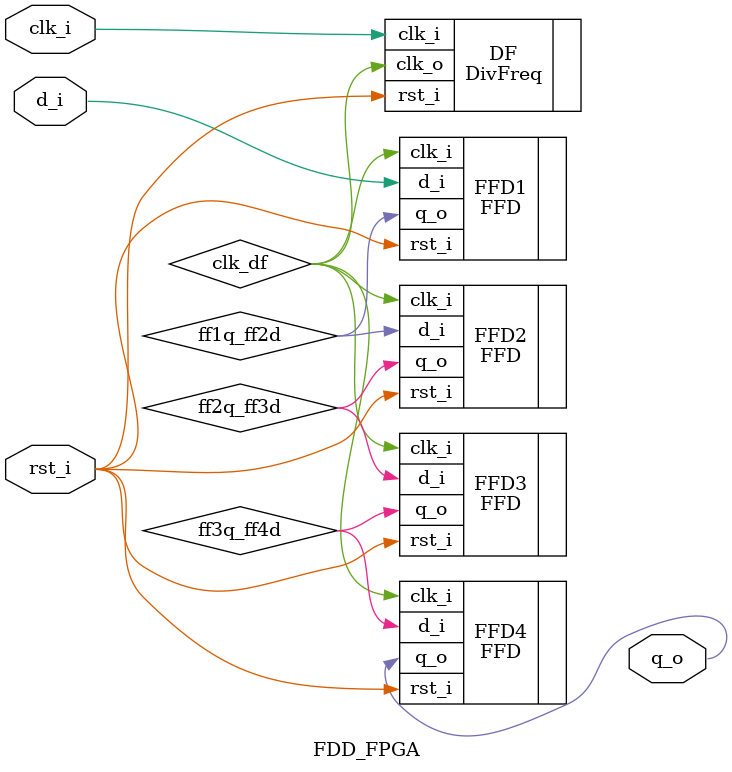
<source format=v>
/*
	Proyecto:	FDD
	Archivo:		FDD_FPGA.V
	Descripcion: Descripcion de un Flip Flop D en un FPGA
					 Entrada en serie-Salida en serie
	Asignatura:	DSD
	Prof: 		Toño
	Equipo:		Luis Gerardo Herrera Avila
*/

module FDD_FPGA(
	input	clk_i,
	input rst_i,
	input d_i,
	output q_o
);
	//Declaracion de señales
	wire			ff1q_ff2d;
	wire			ff2q_ff3d;
	wire			ff3q_ff4d;
	wire 			clk_df;
	
	//Instancia del divisor de frecuencias
	DivFreq DF(
		.clk_i		(clk_i),
		.rst_i		(rst_i),
		.clk_o		(clk_df)
);

	//Instancia el 1er FFD
	FFD FFD1(
		.d_i		(d_i),
		.clk_i	(clk_df),
		.rst_i	(rst_i),
		.q_o		(ff1q_ff2d)
);


FFD FFD2(
		.d_i		(ff1q_ff2d),
		.clk_i	(clk_df),
		.rst_i	(rst_i),
		.q_o		(ff2q_ff3d)
);


FFD FFD3(
		.d_i		(ff2q_ff3d),
		.clk_i	(clk_df),
		.rst_i	(rst_i),
		.q_o		(ff3q_ff4d)
);

FFD FFD4(
		.d_i		(ff3q_ff4d),
		.clk_i	(clk_df),
		.rst_i	(rst_i),
		.q_o		(q_o)
);
	
endmodule

</source>
